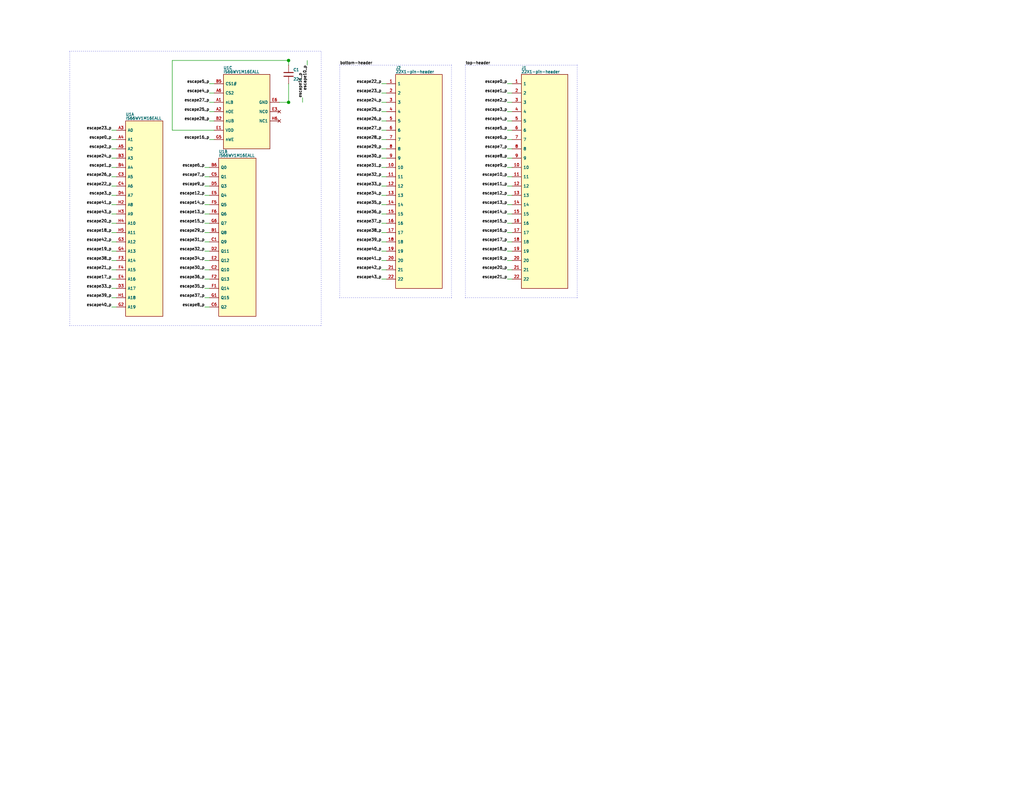
<source format=kicad_sch>
(kicad_sch (version 20230121) (generator jitx)
  (paper "A")
  (lib_symbols
    (symbol "box_symbol_20L_0R_0T_0B"
      (property "Reference" "U" (at -5.08 28.032 0.0))
      (property "Value" "box_symbol_20L_0R_0T_0B" (at -5.08 26.97 0.0))
      (symbol "box_symbol_20L_0R_0T_0B_1_0"
        (pin unspecified line (at -7.62 24.13 0) (length 2.54) (name "L0") (number "~"))
        (pin unspecified line (at -7.62 21.59 0) (length 2.54) (name "L1") (number "~"))
        (pin unspecified line (at -7.62 19.05 0) (length 2.54) (name "L2") (number "~"))
        (pin unspecified line (at -7.62 16.51 0) (length 2.54) (name "L3") (number "~"))
        (pin unspecified line (at -7.62 13.97 0) (length 2.54) (name "L4") (number "~"))
        (pin unspecified line (at -7.62 11.43 0) (length 2.54) (name "L5") (number "~"))
        (pin unspecified line (at -7.62 8.89 0) (length 2.54) (name "L6") (number "~"))
        (pin unspecified line (at -7.62 6.35 0) (length 2.54) (name "L7") (number "~"))
        (pin unspecified line (at -7.62 3.81 0) (length 2.54) (name "L8") (number "~"))
        (pin unspecified line (at -7.62 1.27 0) (length 2.54) (name "L9") (number "~"))
        (pin unspecified line (at -7.62 -1.27 0) (length 2.54) (name "L10") (number "~"))
        (pin unspecified line (at -7.62 -3.81 0) (length 2.54) (name "L11") (number "~"))
        (pin unspecified line (at -7.62 -6.35 0) (length 2.54) (name "L12") (number "~"))
        (pin unspecified line (at -7.62 -8.89 0) (length 2.54) (name "L13") (number "~"))
        (pin unspecified line (at -7.62 -11.43 0) (length 2.54) (name "L14") (number "~"))
        (pin unspecified line (at -7.62 -13.97 0) (length 2.54) (name "L15") (number "~"))
        (pin unspecified line (at -7.62 -16.51 0) (length 2.54) (name "L16") (number "~"))
        (pin unspecified line (at -7.62 -19.05 0) (length 2.54) (name "L17") (number "~"))
        (pin unspecified line (at -7.62 -21.59 0) (length 2.54) (name "L18") (number "~"))
        (pin unspecified line (at -7.62 -24.13 0) (length 2.54) (name "L19") (number "~"))
        (rectangle (start -5.08 -26.67) (end 5.08 26.67) (stroke (width 0.0)) (fill (type background)))
      )
    )
    (symbol "box_symbol_7L_3R_0T_0B"
      (property "Reference" "U" (at -6.35 11.522 0.0))
      (property "Value" "box_symbol_7L_3R_0T_0B" (at -6.35 10.46 0.0))
      (symbol "box_symbol_7L_3R_0T_0B_1_0"
        (pin unspecified line (at -8.89 7.62 0) (length 2.54) (name "L0") (number "~"))
        (pin unspecified line (at -8.89 5.08 0) (length 2.54) (name "L1") (number "~"))
        (pin unspecified line (at -8.89 2.54 0) (length 2.54) (name "L2") (number "~"))
        (pin unspecified line (at -8.89 0.0 0) (length 2.54) (name "L3") (number "~"))
        (pin unspecified line (at -8.89 -2.54 0) (length 2.54) (name "L4") (number "~"))
        (pin unspecified line (at -8.89 -5.08 0) (length 2.54) (name "L5") (number "~"))
        (pin unspecified line (at -8.89 -7.62 0) (length 2.54) (name "L6") (number "~"))
        (pin unspecified line (at 8.89 2.54 180) (length 2.54) (name "R0") (number "~"))
        (pin unspecified line (at 8.89 0.0 180) (length 2.54) (name "R1") (number "~"))
        (pin unspecified line (at 8.89 -2.54 180) (length 2.54) (name "R2") (number "~"))
        (rectangle (start -6.35 -10.16) (end 6.35 10.16) (stroke (width 0.0)) (fill (type background)))
      )
    )
    (symbol "box_symbol_16L_0R_0T_0B"
      (property "Reference" "U" (at -5.08 22.952 0.0))
      (property "Value" "box_symbol_16L_0R_0T_0B" (at -5.08 21.89 0.0))
      (symbol "box_symbol_16L_0R_0T_0B_1_0"
        (pin unspecified line (at -7.62 19.05 0) (length 2.54) (name "L0") (number "~"))
        (pin unspecified line (at -7.62 16.51 0) (length 2.54) (name "L1") (number "~"))
        (pin unspecified line (at -7.62 13.97 0) (length 2.54) (name "L2") (number "~"))
        (pin unspecified line (at -7.62 11.43 0) (length 2.54) (name "L3") (number "~"))
        (pin unspecified line (at -7.62 8.89 0) (length 2.54) (name "L4") (number "~"))
        (pin unspecified line (at -7.62 6.35 0) (length 2.54) (name "L5") (number "~"))
        (pin unspecified line (at -7.62 3.81 0) (length 2.54) (name "L6") (number "~"))
        (pin unspecified line (at -7.62 1.27 0) (length 2.54) (name "L7") (number "~"))
        (pin unspecified line (at -7.62 -1.27 0) (length 2.54) (name "L8") (number "~"))
        (pin unspecified line (at -7.62 -3.81 0) (length 2.54) (name "L9") (number "~"))
        (pin unspecified line (at -7.62 -6.35 0) (length 2.54) (name "L10") (number "~"))
        (pin unspecified line (at -7.62 -8.89 0) (length 2.54) (name "L11") (number "~"))
        (pin unspecified line (at -7.62 -11.43 0) (length 2.54) (name "L12") (number "~"))
        (pin unspecified line (at -7.62 -13.97 0) (length 2.54) (name "L13") (number "~"))
        (pin unspecified line (at -7.62 -16.51 0) (length 2.54) (name "L14") (number "~"))
        (pin unspecified line (at -7.62 -19.05 0) (length 2.54) (name "L15") (number "~"))
        (rectangle (start -5.08 -21.59) (end 5.08 21.59) (stroke (width 0.0)) (fill (type background)))
      )
    )
    (symbol "box_symbol_22L_0R_0T_0B"
      (property "Reference" "U" (at -6.35 30.572 0.0))
      (property "Value" "box_symbol_22L_0R_0T_0B" (at -6.35 29.51 0.0))
      (symbol "box_symbol_22L_0R_0T_0B_1_0"
        (pin unspecified line (at -8.89 26.67 0) (length 2.54) (name "L0") (number "~"))
        (pin unspecified line (at -8.89 24.13 0) (length 2.54) (name "L1") (number "~"))
        (pin unspecified line (at -8.89 21.59 0) (length 2.54) (name "L2") (number "~"))
        (pin unspecified line (at -8.89 19.05 0) (length 2.54) (name "L3") (number "~"))
        (pin unspecified line (at -8.89 16.51 0) (length 2.54) (name "L4") (number "~"))
        (pin unspecified line (at -8.89 13.97 0) (length 2.54) (name "L5") (number "~"))
        (pin unspecified line (at -8.89 11.43 0) (length 2.54) (name "L6") (number "~"))
        (pin unspecified line (at -8.89 8.89 0) (length 2.54) (name "L7") (number "~"))
        (pin unspecified line (at -8.89 6.35 0) (length 2.54) (name "L8") (number "~"))
        (pin unspecified line (at -8.89 3.81 0) (length 2.54) (name "L9") (number "~"))
        (pin unspecified line (at -8.89 1.27 0) (length 2.54) (name "L10") (number "~"))
        (pin unspecified line (at -8.89 -1.27 0) (length 2.54) (name "L11") (number "~"))
        (pin unspecified line (at -8.89 -3.81 0) (length 2.54) (name "L12") (number "~"))
        (pin unspecified line (at -8.89 -6.35 0) (length 2.54) (name "L13") (number "~"))
        (pin unspecified line (at -8.89 -8.89 0) (length 2.54) (name "L14") (number "~"))
        (pin unspecified line (at -8.89 -11.43 0) (length 2.54) (name "L15") (number "~"))
        (pin unspecified line (at -8.89 -13.97 0) (length 2.54) (name "L16") (number "~"))
        (pin unspecified line (at -8.89 -16.51 0) (length 2.54) (name "L17") (number "~"))
        (pin unspecified line (at -8.89 -19.05 0) (length 2.54) (name "L18") (number "~"))
        (pin unspecified line (at -8.89 -21.59 0) (length 2.54) (name "L19") (number "~"))
        (pin unspecified line (at -8.89 -24.13 0) (length 2.54) (name "L20") (number "~"))
        (pin unspecified line (at -8.89 -26.67 0) (length 2.54) (name "L21") (number "~"))
        (rectangle (start -6.35 -29.21) (end 6.35 29.21) (stroke (width 0.0)) (fill (type background)))
      )
    )
    (symbol "capacitor_sym"
      (property "Reference" "U" (at 1.27 1.27 0.0))
      (property "Value" "capacitor_sym" (at 1.27 -1.27 0.0))
      (symbol "capacitor_sym_1_0"
        (pin unspecified line (at 0.0 2.54 270) (length 0.0) (name "1") (number "~"))
        (pin unspecified line (at 0.0 -2.54 90) (length 0.0) (name "2") (number "~"))
        (polyline (pts (xy 0.0 2.54) (xy 0.0 0.508)) (stroke (width 0.127)))
        (polyline (pts (xy -1.27 0.508) (xy 1.27 0.508)) (stroke (width 0.254)))
        (polyline (pts (xy 0.0 -0.508) (xy 0.0 -2.54)) (stroke (width 0.127)))
        (polyline (pts (xy -1.27 -0.508) (xy 1.27 -0.508)) (stroke (width 0.254)))
      )
    )
    (symbol "pin_header"
      (property "Reference" "J" (at -6.35 30.572 0.0))
      (property "Value" "pin_header" (at -6.35 29.51 0.0))
      (symbol "pin_header_1_0"
        (pin unspecified line (at -8.89 26.67 0) (length 2.54) (name "1") (number "1"))
        (pin unspecified line (at -8.89 24.13 0) (length 2.54) (name "2") (number "2"))
        (pin unspecified line (at -8.89 21.59 0) (length 2.54) (name "3") (number "3"))
        (pin unspecified line (at -8.89 19.05 0) (length 2.54) (name "4") (number "4"))
        (pin unspecified line (at -8.89 16.51 0) (length 2.54) (name "5") (number "5"))
        (pin unspecified line (at -8.89 13.97 0) (length 2.54) (name "6") (number "6"))
        (pin unspecified line (at -8.89 11.43 0) (length 2.54) (name "7") (number "7"))
        (pin unspecified line (at -8.89 8.89 0) (length 2.54) (name "8") (number "8"))
        (pin unspecified line (at -8.89 6.35 0) (length 2.54) (name "9") (number "9"))
        (pin unspecified line (at -8.89 3.81 0) (length 2.54) (name "10") (number "10"))
        (pin unspecified line (at -8.89 1.27 0) (length 2.54) (name "11") (number "11"))
        (pin unspecified line (at -8.89 -1.27 0) (length 2.54) (name "12") (number "12"))
        (pin unspecified line (at -8.89 -3.81 0) (length 2.54) (name "13") (number "13"))
        (pin unspecified line (at -8.89 -6.35 0) (length 2.54) (name "14") (number "14"))
        (pin unspecified line (at -8.89 -8.89 0) (length 2.54) (name "15") (number "15"))
        (pin unspecified line (at -8.89 -11.43 0) (length 2.54) (name "16") (number "16"))
        (pin unspecified line (at -8.89 -13.97 0) (length 2.54) (name "17") (number "17"))
        (pin unspecified line (at -8.89 -16.51 0) (length 2.54) (name "18") (number "18"))
        (pin unspecified line (at -8.89 -19.05 0) (length 2.54) (name "19") (number "19"))
        (pin unspecified line (at -8.89 -21.59 0) (length 2.54) (name "20") (number "20"))
        (pin unspecified line (at -8.89 -24.13 0) (length 2.54) (name "21") (number "21"))
        (pin unspecified line (at -8.89 -26.67 0) (length 2.54) (name "22") (number "22"))
        (rectangle (start -6.35 -29.21) (end 6.35 29.21) (stroke (width 0.0)) (fill (type background)))
      )
    )
    (symbol "my_capacitor"
      (property "Reference" "C" (at 1.27 1.27 0.0))
      (property "Value" "my_capacitor" (at 1.27 -1.27 0.0))
      (symbol "my_capacitor_1_0"
        (pin unspecified line (at 0.0 2.54 270) (length 0.0) (name "1") (number "1"))
        (pin unspecified line (at 0.0 -2.54 90) (length 0.0) (name "2") (number "2"))
        (polyline (pts (xy 0.0 2.54) (xy 0.0 0.508)) (stroke (width 0.127)))
        (polyline (pts (xy -1.27 0.508) (xy 1.27 0.508)) (stroke (width 0.254)))
        (polyline (pts (xy 0.0 -0.508) (xy 0.0 -2.54)) (stroke (width 0.127)))
        (polyline (pts (xy -1.27 -0.508) (xy 1.27 -0.508)) (stroke (width 0.254)))
      )
    )
    (symbol "component"
      (property "Reference" "U" (at -5.08 28.032 0.0))
      (property "Value" "component" (at -5.08 26.97 0.0))
      (symbol "component_1_0"
        (pin unspecified line (at -7.62 24.13 0) (length 2.54) (name "A0") (number "A3"))
        (pin unspecified line (at -7.62 21.59 0) (length 2.54) (name "A1") (number "A4"))
        (pin unspecified line (at -7.62 19.05 0) (length 2.54) (name "A2") (number "A5"))
        (pin unspecified line (at -7.62 16.51 0) (length 2.54) (name "A3") (number "B3"))
        (pin unspecified line (at -7.62 13.97 0) (length 2.54) (name "A4") (number "B4"))
        (pin unspecified line (at -7.62 11.43 0) (length 2.54) (name "A5") (number "C3"))
        (pin unspecified line (at -7.62 8.89 0) (length 2.54) (name "A6") (number "C4"))
        (pin unspecified line (at -7.62 6.35 0) (length 2.54) (name "A7") (number "D4"))
        (pin unspecified line (at -7.62 3.81 0) (length 2.54) (name "A8") (number "H2"))
        (pin unspecified line (at -7.62 1.27 0) (length 2.54) (name "A9") (number "H3"))
        (pin unspecified line (at -7.62 -1.27 0) (length 2.54) (name "A10") (number "H4"))
        (pin unspecified line (at -7.62 -3.81 0) (length 2.54) (name "A11") (number "H5"))
        (pin unspecified line (at -7.62 -6.35 0) (length 2.54) (name "A12") (number "G3"))
        (pin unspecified line (at -7.62 -8.89 0) (length 2.54) (name "A13") (number "G4"))
        (pin unspecified line (at -7.62 -11.43 0) (length 2.54) (name "A14") (number "F3"))
        (pin unspecified line (at -7.62 -13.97 0) (length 2.54) (name "A15") (number "F4"))
        (pin unspecified line (at -7.62 -16.51 0) (length 2.54) (name "A16") (number "E4"))
        (pin unspecified line (at -7.62 -19.05 0) (length 2.54) (name "A17") (number "D3"))
        (pin unspecified line (at -7.62 -21.59 0) (length 2.54) (name "A18") (number "H1"))
        (pin unspecified line (at -7.62 -24.13 0) (length 2.54) (name "A19") (number "G2"))
        (rectangle (start -5.08 -26.67) (end 5.08 26.67) (stroke (width 0.0)) (fill (type background)))
      )
      (symbol "component_2_0"
        (pin unspecified line (at -7.62 19.05 0) (length 2.54) (name "Q0") (number "B6"))
        (pin unspecified line (at -7.62 16.51 0) (length 2.54) (name "Q1") (number "C5"))
        (pin unspecified line (at -7.62 13.97 0) (length 2.54) (name "Q3") (number "D5"))
        (pin unspecified line (at -7.62 11.43 0) (length 2.54) (name "Q4") (number "E5"))
        (pin unspecified line (at -7.62 8.89 0) (length 2.54) (name "Q5") (number "F5"))
        (pin unspecified line (at -7.62 6.35 0) (length 2.54) (name "Q6") (number "F6"))
        (pin unspecified line (at -7.62 3.81 0) (length 2.54) (name "Q7") (number "G6"))
        (pin unspecified line (at -7.62 1.27 0) (length 2.54) (name "Q8") (number "B1"))
        (pin unspecified line (at -7.62 -1.27 0) (length 2.54) (name "Q9") (number "C1"))
        (pin unspecified line (at -7.62 -3.81 0) (length 2.54) (name "Q11") (number "D2"))
        (pin unspecified line (at -7.62 -6.35 0) (length 2.54) (name "Q12") (number "E2"))
        (pin unspecified line (at -7.62 -8.89 0) (length 2.54) (name "Q10") (number "C2"))
        (pin unspecified line (at -7.62 -11.43 0) (length 2.54) (name "Q13") (number "F2"))
        (pin unspecified line (at -7.62 -13.97 0) (length 2.54) (name "Q14") (number "F1"))
        (pin unspecified line (at -7.62 -16.51 0) (length 2.54) (name "Q15") (number "G1"))
        (pin unspecified line (at -7.62 -19.05 0) (length 2.54) (name "Q2") (number "C6"))
        (rectangle (start -5.08 -21.59) (end 5.08 21.59) (stroke (width 0.0)) (fill (type background)))
      )
      (symbol "component_3_0"
        (pin unspecified line (at -8.89 7.62 0) (length 2.54) (name "CS1#") (number "B5"))
        (pin unspecified line (at -8.89 5.08 0) (length 2.54) (name "CS2") (number "A6"))
        (pin unspecified line (at -8.89 2.54 0) (length 2.54) (name "nLB") (number "A1"))
        (pin unspecified line (at -8.89 0.0 0) (length 2.54) (name "nOE") (number "A2"))
        (pin unspecified line (at -8.89 -2.54 0) (length 2.54) (name "nUB") (number "B2"))
        (pin unspecified line (at -8.89 -5.08 0) (length 2.54) (name "VDD") (number "E1"))
        (pin unspecified line (at -8.89 -5.08 0) (length 0.0) (name "VDD") (number "D6"))
        (pin unspecified line (at -8.89 -7.62 0) (length 2.54) (name "nWE") (number "G5"))
        (pin unspecified line (at 8.89 2.54 180) (length 2.54) (name "GND") (number "E6"))
        (pin unspecified line (at 8.89 2.54 180) (length 0.0) (name "GND") (number "D1"))
        (pin no_connect line (at 8.89 0.0 180) (length 2.54) (name "NC0") (number "E3"))
        (pin no_connect line (at 8.89 -2.54 180) (length 2.54) (name "NC1") (number "H6"))
        (rectangle (start -6.35 -10.16) (end 6.35 10.16) (stroke (width 0.0)) (fill (type background)))
      )
    )
  )
  (wire (pts (xy 104.14 55.88) (xy 105.41 55.88)) (stroke (width 0.127)))
  (wire (pts (xy 104.14 68.58) (xy 105.41 68.58)) (stroke (width 0.127)))
  (wire (pts (xy 104.14 40.64) (xy 105.41 40.64)) (stroke (width 0.127)))
  (wire (pts (xy 104.14 33.02) (xy 105.41 33.02)) (stroke (width 0.127)))
  (wire (pts (xy 104.14 73.66) (xy 105.41 73.66)) (stroke (width 0.127)))
  (wire (pts (xy 104.14 66.04) (xy 105.41 66.04)) (stroke (width 0.127)))
  (wire (pts (xy 104.14 45.72) (xy 105.41 45.72)) (stroke (width 0.127)))
  (wire (pts (xy 104.14 58.42) (xy 105.41 58.42)) (stroke (width 0.127)))
  (wire (pts (xy 104.14 60.96) (xy 105.41 60.96)) (stroke (width 0.127)))
  (wire (pts (xy 104.14 22.86) (xy 105.41 22.86)) (stroke (width 0.127)))
  (wire (pts (xy 104.14 27.94) (xy 105.41 27.94)) (stroke (width 0.127)))
  (wire (pts (xy 104.14 25.4) (xy 105.41 25.4)) (stroke (width 0.127)))
  (wire (pts (xy 104.14 71.12) (xy 105.41 71.12)) (stroke (width 0.127)))
  (wire (pts (xy 104.14 53.34) (xy 105.41 53.34)) (stroke (width 0.127)))
  (wire (pts (xy 104.14 35.56) (xy 105.41 35.56)) (stroke (width 0.127)))
  (wire (pts (xy 104.14 63.5) (xy 105.41 63.5)) (stroke (width 0.127)))
  (wire (pts (xy 104.14 76.2) (xy 105.41 76.2)) (stroke (width 0.127)))
  (wire (pts (xy 104.14 50.8) (xy 105.41 50.8)) (stroke (width 0.127)))
  (wire (pts (xy 104.14 30.48) (xy 105.41 30.48)) (stroke (width 0.127)))
  (wire (pts (xy 104.14 38.1) (xy 105.41 38.1)) (stroke (width 0.127)))
  (wire (pts (xy 104.14 43.18) (xy 105.41 43.18)) (stroke (width 0.127)))
  (wire (pts (xy 104.14 48.26) (xy 105.41 48.26)) (stroke (width 0.127)))
  (wire (pts (xy 138.43 33.02) (xy 139.7 33.02)) (stroke (width 0.127)))
  (wire (pts (xy 138.43 55.88) (xy 139.7 55.88)) (stroke (width 0.127)))
  (wire (pts (xy 138.43 73.66) (xy 139.7 73.66)) (stroke (width 0.127)))
  (wire (pts (xy 138.43 76.2) (xy 139.7 76.2)) (stroke (width 0.127)))
  (wire (pts (xy 138.43 68.58) (xy 139.7 68.58)) (stroke (width 0.127)))
  (wire (pts (xy 138.43 60.96) (xy 139.7 60.96)) (stroke (width 0.127)))
  (wire (pts (xy 138.43 43.18) (xy 139.7 43.18)) (stroke (width 0.127)))
  (wire (pts (xy 138.43 66.04) (xy 139.7 66.04)) (stroke (width 0.127)))
  (wire (pts (xy 138.43 35.56) (xy 139.7 35.56)) (stroke (width 0.127)))
  (wire (pts (xy 138.43 63.5) (xy 139.7 63.5)) (stroke (width 0.127)))
  (wire (pts (xy 138.43 40.64) (xy 139.7 40.64)) (stroke (width 0.127)))
  (wire (pts (xy 138.43 58.42) (xy 139.7 58.42)) (stroke (width 0.127)))
  (wire (pts (xy 138.43 22.86) (xy 139.7 22.86)) (stroke (width 0.127)))
  (wire (pts (xy 138.43 30.48) (xy 139.7 30.48)) (stroke (width 0.127)))
  (wire (pts (xy 138.43 38.1) (xy 139.7 38.1)) (stroke (width 0.127)))
  (wire (pts (xy 138.43 48.26) (xy 139.7 48.26)) (stroke (width 0.127)))
  (wire (pts (xy 138.43 53.34) (xy 139.7 53.34)) (stroke (width 0.127)))
  (wire (pts (xy 138.43 50.8) (xy 139.7 50.8)) (stroke (width 0.127)))
  (wire (pts (xy 138.43 25.4) (xy 139.7 25.4)) (stroke (width 0.127)))
  (wire (pts (xy 138.43 71.12) (xy 139.7 71.12)) (stroke (width 0.127)))
  (wire (pts (xy 138.43 27.94) (xy 139.7 27.94)) (stroke (width 0.127)))
  (wire (pts (xy 138.43 45.72) (xy 139.7 45.72)) (stroke (width 0.127)))
  (wire (pts (xy 76.2 27.94) (xy 82.55 27.94)) (stroke (width 0.127)))
  (wire (pts (xy 78.74 27.94) (xy 78.74 22.86)) (stroke (width 0.127)))
  (wire (pts (xy 82.55 27.94) (xy 82.55 26.67)) (stroke (width 0.127)))
  (wire (pts (xy 46.99 35.56) (xy 58.42 35.56)) (stroke (width 0.127)))
  (wire (pts (xy 46.99 16.51) (xy 83.82 16.51)) (stroke (width 0.127)))
  (wire (pts (xy 78.74 17.78) (xy 78.74 16.51)) (stroke (width 0.127)))
  (wire (pts (xy 83.82 17.78) (xy 83.82 16.51)) (stroke (width 0.127)))
  (wire (pts (xy 46.99 35.56) (xy 46.99 16.51)) (stroke (width 0.127)))
  (wire (pts (xy 57.15 25.4) (xy 58.42 25.4)) (stroke (width 0.127)))
  (wire (pts (xy 57.15 22.86) (xy 58.42 22.86)) (stroke (width 0.127)))
  (wire (pts (xy 57.15 38.1) (xy 58.42 38.1)) (stroke (width 0.127)))
  (wire (pts (xy 57.15 27.94) (xy 58.42 27.94)) (stroke (width 0.127)))
  (wire (pts (xy 57.15 30.48) (xy 58.42 30.48)) (stroke (width 0.127)))
  (wire (pts (xy 57.15 33.02) (xy 58.42 33.02)) (stroke (width 0.127)))
  (wire (pts (xy 55.88 78.74) (xy 57.15 78.74)) (stroke (width 0.127)))
  (wire (pts (xy 55.88 58.42) (xy 57.15 58.42)) (stroke (width 0.127)))
  (wire (pts (xy 55.88 60.96) (xy 57.15 60.96)) (stroke (width 0.127)))
  (wire (pts (xy 55.88 63.5) (xy 57.15 63.5)) (stroke (width 0.127)))
  (wire (pts (xy 55.88 83.82) (xy 57.15 83.82)) (stroke (width 0.127)))
  (wire (pts (xy 55.88 66.04) (xy 57.15 66.04)) (stroke (width 0.127)))
  (wire (pts (xy 55.88 76.2) (xy 57.15 76.2)) (stroke (width 0.127)))
  (wire (pts (xy 55.88 81.28) (xy 57.15 81.28)) (stroke (width 0.127)))
  (wire (pts (xy 55.88 48.26) (xy 57.15 48.26)) (stroke (width 0.127)))
  (wire (pts (xy 55.88 55.88) (xy 57.15 55.88)) (stroke (width 0.127)))
  (wire (pts (xy 55.88 45.72) (xy 57.15 45.72)) (stroke (width 0.127)))
  (wire (pts (xy 55.88 53.34) (xy 57.15 53.34)) (stroke (width 0.127)))
  (wire (pts (xy 55.88 71.12) (xy 57.15 71.12)) (stroke (width 0.127)))
  (wire (pts (xy 55.88 73.66) (xy 57.15 73.66)) (stroke (width 0.127)))
  (wire (pts (xy 55.88 68.58) (xy 57.15 68.58)) (stroke (width 0.127)))
  (wire (pts (xy 55.88 50.8) (xy 57.15 50.8)) (stroke (width 0.127)))
  (wire (pts (xy 30.48 83.82) (xy 31.75 83.82)) (stroke (width 0.127)))
  (wire (pts (xy 30.48 60.96) (xy 31.75 60.96)) (stroke (width 0.127)))
  (wire (pts (xy 30.48 73.66) (xy 31.75 73.66)) (stroke (width 0.127)))
  (wire (pts (xy 30.48 63.5) (xy 31.75 63.5)) (stroke (width 0.127)))
  (wire (pts (xy 30.48 48.26) (xy 31.75 48.26)) (stroke (width 0.127)))
  (wire (pts (xy 30.48 66.04) (xy 31.75 66.04)) (stroke (width 0.127)))
  (wire (pts (xy 30.48 81.28) (xy 31.75 81.28)) (stroke (width 0.127)))
  (wire (pts (xy 30.48 76.2) (xy 31.75 76.2)) (stroke (width 0.127)))
  (wire (pts (xy 30.48 50.8) (xy 31.75 50.8)) (stroke (width 0.127)))
  (wire (pts (xy 30.48 43.18) (xy 31.75 43.18)) (stroke (width 0.127)))
  (wire (pts (xy 30.48 35.56) (xy 31.75 35.56)) (stroke (width 0.127)))
  (wire (pts (xy 30.48 38.1) (xy 31.75 38.1)) (stroke (width 0.127)))
  (wire (pts (xy 30.48 53.34) (xy 31.75 53.34)) (stroke (width 0.127)))
  (wire (pts (xy 30.48 55.88) (xy 31.75 55.88)) (stroke (width 0.127)))
  (wire (pts (xy 30.48 71.12) (xy 31.75 71.12)) (stroke (width 0.127)))
  (wire (pts (xy 30.48 58.42) (xy 31.75 58.42)) (stroke (width 0.127)))
  (wire (pts (xy 30.48 78.74) (xy 31.75 78.74)) (stroke (width 0.127)))
  (wire (pts (xy 30.48 45.72) (xy 31.75 45.72)) (stroke (width 0.127)))
  (wire (pts (xy 30.48 68.58) (xy 31.75 68.58)) (stroke (width 0.127)))
  (wire (pts (xy 30.48 40.64) (xy 31.75 40.64)) (stroke (width 0.127)))
  (polyline (pts (xy 92.71 17.78) (xy 123.19 17.78)) (stroke (width 0.127) (type dot)))
  (polyline (pts (xy 92.71 81.28) (xy 123.19 81.28)) (stroke (width 0.127) (type dot)))
  (polyline (pts (xy 92.71 81.28) (xy 92.71 17.78)) (stroke (width 0.127) (type dot)))
  (polyline (pts (xy 123.19 81.28) (xy 123.19 17.78)) (stroke (width 0.127) (type dot)))
  (polyline (pts (xy 127.0 17.78) (xy 157.48 17.78)) (stroke (width 0.127) (type dot)))
  (polyline (pts (xy 127.0 81.28) (xy 157.48 81.28)) (stroke (width 0.127) (type dot)))
  (polyline (pts (xy 127.0 81.28) (xy 127.0 17.78)) (stroke (width 0.127) (type dot)))
  (polyline (pts (xy 157.48 81.28) (xy 157.48 17.78)) (stroke (width 0.127) (type dot)))
  (polyline (pts (xy 19.05 13.97) (xy 87.63 13.97)) (stroke (width 0.127) (type dot)))
  (polyline (pts (xy 19.05 88.9) (xy 87.63 88.9)) (stroke (width 0.127) (type dot)))
  (polyline (pts (xy 19.05 88.9) (xy 19.05 13.97)) (stroke (width 0.127) (type dot)))
  (polyline (pts (xy 87.63 88.9) (xy 87.63 13.97)) (stroke (width 0.127) (type dot)))
  (junction (at 78.74 27.94) (diameter 0.762))
  (junction (at 78.74 16.51) (diameter 0.762))
  (label "bottom-header" (at 92.71 17.78 0) (effects (font (size 0.762 0.762))))
  (label "top-header" (at 127.0 17.78 0) (effects (font (size 0.762 0.762))))
  (label "escape35_p" (at 104.14 55.88 180) (effects (font (size 0.762 0.762))))
  (label "escape40_p" (at 104.14 68.58 180) (effects (font (size 0.762 0.762))))
  (label "escape29_p" (at 104.14 40.64 180) (effects (font (size 0.762 0.762))))
  (label "escape26_p" (at 104.14 33.02 180) (effects (font (size 0.762 0.762))))
  (label "escape42_p" (at 104.14 73.66 180) (effects (font (size 0.762 0.762))))
  (label "escape39_p" (at 104.14 66.04 180) (effects (font (size 0.762 0.762))))
  (label "escape31_p" (at 104.14 45.72 180) (effects (font (size 0.762 0.762))))
  (label "escape36_p" (at 104.14 58.42 180) (effects (font (size 0.762 0.762))))
  (label "escape37_p" (at 104.14 60.96 180) (effects (font (size 0.762 0.762))))
  (label "escape22_p" (at 104.14 22.86 180) (effects (font (size 0.762 0.762))))
  (label "escape24_p" (at 104.14 27.94 180) (effects (font (size 0.762 0.762))))
  (label "escape23_p" (at 104.14 25.4 180) (effects (font (size 0.762 0.762))))
  (label "escape41_p" (at 104.14 71.12 180) (effects (font (size 0.762 0.762))))
  (label "escape34_p" (at 104.14 53.34 180) (effects (font (size 0.762 0.762))))
  (label "escape27_p" (at 104.14 35.56 180) (effects (font (size 0.762 0.762))))
  (label "escape38_p" (at 104.14 63.5 180) (effects (font (size 0.762 0.762))))
  (label "escape43_p" (at 104.14 76.2 180) (effects (font (size 0.762 0.762))))
  (label "escape33_p" (at 104.14 50.8 180) (effects (font (size 0.762 0.762))))
  (label "escape25_p" (at 104.14 30.48 180) (effects (font (size 0.762 0.762))))
  (label "escape28_p" (at 104.14 38.1 180) (effects (font (size 0.762 0.762))))
  (label "escape30_p" (at 104.14 43.18 180) (effects (font (size 0.762 0.762))))
  (label "escape32_p" (at 104.14 48.26 180) (effects (font (size 0.762 0.762))))
  (label "escape4_p" (at 138.43 33.02 180) (effects (font (size 0.762 0.762))))
  (label "escape13_p" (at 138.43 55.88 180) (effects (font (size 0.762 0.762))))
  (label "escape20_p" (at 138.43 73.66 180) (effects (font (size 0.762 0.762))))
  (label "escape21_p" (at 138.43 76.2 180) (effects (font (size 0.762 0.762))))
  (label "escape18_p" (at 138.43 68.58 180) (effects (font (size 0.762 0.762))))
  (label "escape15_p" (at 138.43 60.96 180) (effects (font (size 0.762 0.762))))
  (label "escape8_p" (at 138.43 43.18 180) (effects (font (size 0.762 0.762))))
  (label "escape17_p" (at 138.43 66.04 180) (effects (font (size 0.762 0.762))))
  (label "escape5_p" (at 138.43 35.56 180) (effects (font (size 0.762 0.762))))
  (label "escape16_p" (at 138.43 63.5 180) (effects (font (size 0.762 0.762))))
  (label "escape7_p" (at 138.43 40.64 180) (effects (font (size 0.762 0.762))))
  (label "escape14_p" (at 138.43 58.42 180) (effects (font (size 0.762 0.762))))
  (label "escape0_p" (at 138.43 22.86 180) (effects (font (size 0.762 0.762))))
  (label "escape3_p" (at 138.43 30.48 180) (effects (font (size 0.762 0.762))))
  (label "escape6_p" (at 138.43 38.1 180) (effects (font (size 0.762 0.762))))
  (label "escape10_p" (at 138.43 48.26 180) (effects (font (size 0.762 0.762))))
  (label "escape12_p" (at 138.43 53.34 180) (effects (font (size 0.762 0.762))))
  (label "escape11_p" (at 138.43 50.8 180) (effects (font (size 0.762 0.762))))
  (label "escape1_p" (at 138.43 25.4 180) (effects (font (size 0.762 0.762))))
  (label "escape19_p" (at 138.43 71.12 180) (effects (font (size 0.762 0.762))))
  (label "escape2_p" (at 138.43 27.94 180) (effects (font (size 0.762 0.762))))
  (label "escape9_p" (at 138.43 45.72 180) (effects (font (size 0.762 0.762))))
  (label "escape11_p" (at 82.55 26.67 90) (effects (font (size 0.762 0.762))))
  (label "escape10_p" (at 83.82 17.78 270) (effects (font (size 0.762 0.762))))
  (label "escape4_p" (at 57.15 25.4 180) (effects (font (size 0.762 0.762))))
  (label "escape5_p" (at 57.15 22.86 180) (effects (font (size 0.762 0.762))))
  (label "escape16_p" (at 57.15 38.1 180) (effects (font (size 0.762 0.762))))
  (label "escape27_p" (at 57.15 27.94 180) (effects (font (size 0.762 0.762))))
  (label "escape25_p" (at 57.15 30.48 180) (effects (font (size 0.762 0.762))))
  (label "escape28_p" (at 57.15 33.02 180) (effects (font (size 0.762 0.762))))
  (label "escape35_p" (at 55.88 78.74 180) (effects (font (size 0.762 0.762))))
  (label "escape13_p" (at 55.88 58.42 180) (effects (font (size 0.762 0.762))))
  (label "escape15_p" (at 55.88 60.96 180) (effects (font (size 0.762 0.762))))
  (label "escape29_p" (at 55.88 63.5 180) (effects (font (size 0.762 0.762))))
  (label "escape8_p" (at 55.88 83.82 180) (effects (font (size 0.762 0.762))))
  (label "escape31_p" (at 55.88 66.04 180) (effects (font (size 0.762 0.762))))
  (label "escape36_p" (at 55.88 76.2 180) (effects (font (size 0.762 0.762))))
  (label "escape37_p" (at 55.88 81.28 180) (effects (font (size 0.762 0.762))))
  (label "escape7_p" (at 55.88 48.26 180) (effects (font (size 0.762 0.762))))
  (label "escape14_p" (at 55.88 55.88 180) (effects (font (size 0.762 0.762))))
  (label "escape6_p" (at 55.88 45.72 180) (effects (font (size 0.762 0.762))))
  (label "escape12_p" (at 55.88 53.34 180) (effects (font (size 0.762 0.762))))
  (label "escape34_p" (at 55.88 71.12 180) (effects (font (size 0.762 0.762))))
  (label "escape30_p" (at 55.88 73.66 180) (effects (font (size 0.762 0.762))))
  (label "escape32_p" (at 55.88 68.58 180) (effects (font (size 0.762 0.762))))
  (label "escape9_p" (at 55.88 50.8 180) (effects (font (size 0.762 0.762))))
  (label "escape40_p" (at 30.48 83.82 180) (effects (font (size 0.762 0.762))))
  (label "escape20_p" (at 30.48 60.96 180) (effects (font (size 0.762 0.762))))
  (label "escape21_p" (at 30.48 73.66 180) (effects (font (size 0.762 0.762))))
  (label "escape18_p" (at 30.48 63.5 180) (effects (font (size 0.762 0.762))))
  (label "escape26_p" (at 30.48 48.26 180) (effects (font (size 0.762 0.762))))
  (label "escape42_p" (at 30.48 66.04 180) (effects (font (size 0.762 0.762))))
  (label "escape39_p" (at 30.48 81.28 180) (effects (font (size 0.762 0.762))))
  (label "escape17_p" (at 30.48 76.2 180) (effects (font (size 0.762 0.762))))
  (label "escape22_p" (at 30.48 50.8 180) (effects (font (size 0.762 0.762))))
  (label "escape24_p" (at 30.48 43.18 180) (effects (font (size 0.762 0.762))))
  (label "escape23_p" (at 30.48 35.56 180) (effects (font (size 0.762 0.762))))
  (label "escape0_p" (at 30.48 38.1 180) (effects (font (size 0.762 0.762))))
  (label "escape3_p" (at 30.48 53.34 180) (effects (font (size 0.762 0.762))))
  (label "escape41_p" (at 30.48 55.88 180) (effects (font (size 0.762 0.762))))
  (label "escape38_p" (at 30.48 71.12 180) (effects (font (size 0.762 0.762))))
  (label "escape43_p" (at 30.48 58.42 180) (effects (font (size 0.762 0.762))))
  (label "escape33_p" (at 30.48 78.74 180) (effects (font (size 0.762 0.762))))
  (label "escape1_p" (at 30.48 45.72 180) (effects (font (size 0.762 0.762))))
  (label "escape19_p" (at 30.48 68.58 180) (effects (font (size 0.762 0.762))))
  (label "escape2_p" (at 30.48 40.64 180) (effects (font (size 0.762 0.762))))
  (symbol (lib_id "pin_header") (at 114.3 49.53 0.0) (unit 1)
    (property "Reference" "J2" (at 107.95 18.958 0.0) (effects (font (size 0.762 0.762)) (justify left bottom)))
    (property "Value" "22X1-pin-header" (at 107.95 20.02 0.0) (effects (font (size 0.762 0.762)) (justify left bottom)))
    (property "Footprint" "breakout:PIN_GRID" (effects hide))
    (property "Name" "bottom-header" (effects hide))
    (property "Description" "Generic pin-header" (effects hide))
    (property "MPN" "22X1-pin-header" (effects hide))
    (property "Reference-prefix" "J" (effects hide))
  )
  (symbol (lib_id "pin_header") (at 148.59 49.53 0.0) (unit 1)
    (property "Reference" "J1" (at 142.24 18.958 0.0) (effects (font (size 0.762 0.762)) (justify left bottom)))
    (property "Value" "22X1-pin-header" (at 142.24 20.02 0.0) (effects (font (size 0.762 0.762)) (justify left bottom)))
    (property "Footprint" "breakout:PIN_GRID" (effects hide))
    (property "Name" "top-header" (effects hide))
    (property "Description" "Generic pin-header" (effects hide))
    (property "MPN" "22X1-pin-header" (effects hide))
    (property "Reference-prefix" "J" (effects hide))
  )
  (symbol (lib_id "component") (at 67.31 30.48 0.0) (unit 3)
    (property "Reference" "U1" (at 60.96 18.958 0.0) (effects (font (size 0.762 0.762)) (justify left bottom)))
    (property "Value" "IS66WV1M16EALL" (at 60.96 20.02 0.0) (effects (font (size 0.762 0.762)) (justify left bottom)))
    (property "Footprint" "breakout:LP_MY_COMPONENT" (effects hide))
    (property "Name" "flash" (effects hide))
    (property "Manufacturer" "ISSI" (effects hide))
    (property "MPN" "IS66WV1M16EALL" (effects hide))
  )
  (symbol (lib_id "component") (at 64.77 64.77 0.0) (unit 2)
    (property "Reference" "U1" (at 59.69 41.818 0.0) (effects (font (size 0.762 0.762)) (justify left bottom)))
    (property "Value" "IS66WV1M16EALL" (at 59.69 42.88 0.0) (effects (font (size 0.762 0.762)) (justify left bottom)))
    (property "Footprint" "breakout:LP_MY_COMPONENT" (effects hide))
    (property "Name" "flash" (effects hide))
    (property "Manufacturer" "ISSI" (effects hide))
    (property "MPN" "IS66WV1M16EALL" (effects hide))
  )
  (symbol (lib_id "component") (at 39.37 59.69 0.0) (unit 1)
    (property "Reference" "U1" (at 34.29 31.658 0.0) (effects (font (size 0.762 0.762)) (justify left bottom)))
    (property "Value" "IS66WV1M16EALL" (at 34.29 32.72 0.0) (effects (font (size 0.762 0.762)) (justify left bottom)))
    (property "Footprint" "breakout:LP_MY_COMPONENT" (effects hide))
    (property "Name" "flash" (effects hide))
    (property "Manufacturer" "ISSI" (effects hide))
    (property "MPN" "IS66WV1M16EALL" (effects hide))
  )
  (symbol (lib_id "my_capacitor") (at 78.74 20.32 0.0) (unit 1)
    (property "Reference" "C1" (at 80.01 19.05 0.0) (effects (font (size 0.762 0.762)) (justify left)))
    (property "Value" "22u" (at 80.01 21.59 0.0) (effects (font (size 0.762 0.762)) (justify left)))
    (property "Footprint" "breakout:Pkg0603" (effects hide))
    (property "Datasheet" "https://search.murata.co.jp/Ceramy/image/img/A01X/G101/ENG/GRM187R61A226ME15-01.pdf" (effects hide))
    (property "Name" "cap" (effects hide))
    (property "Manufacturer" "Murata" (effects hide))
    (property "MPN" "GRM187R61A226ME15D" (effects hide))
    (property "Reference-prefix" "C" (effects hide))
  )
)
</source>
